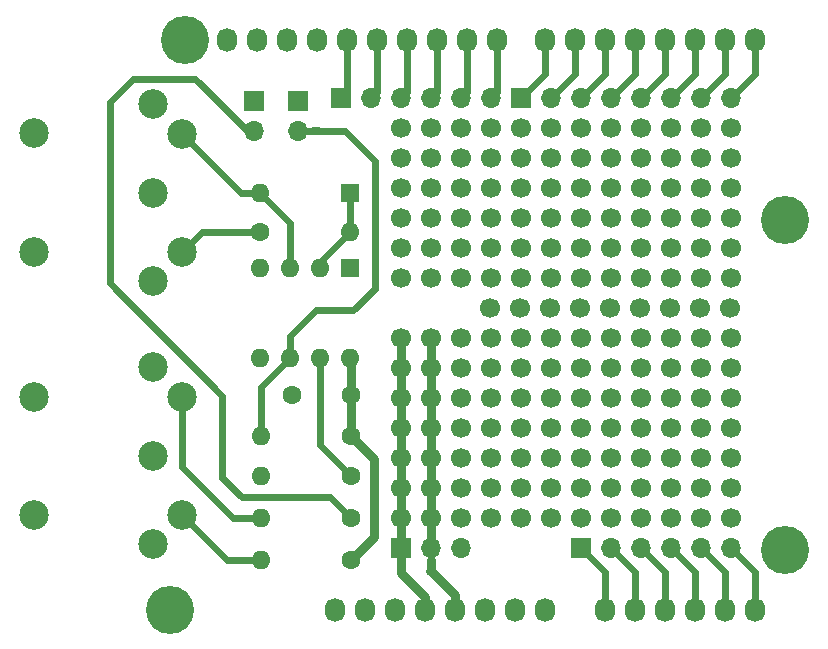
<source format=gbr>
%TF.GenerationSoftware,KiCad,Pcbnew,(6.0.5)*%
%TF.CreationDate,2022-08-29T17:14:51+01:00*%
%TF.ProjectId,ArduinoMIDIProtoShield,41726475-696e-46f4-9d49-444950726f74,rev?*%
%TF.SameCoordinates,Original*%
%TF.FileFunction,Copper,L1,Top*%
%TF.FilePolarity,Positive*%
%FSLAX46Y46*%
G04 Gerber Fmt 4.6, Leading zero omitted, Abs format (unit mm)*
G04 Created by KiCad (PCBNEW (6.0.5)) date 2022-08-29 17:14:51*
%MOMM*%
%LPD*%
G01*
G04 APERTURE LIST*
%TA.AperFunction,ComponentPad*%
%ADD10R,1.700000X1.700000*%
%TD*%
%TA.AperFunction,ComponentPad*%
%ADD11O,1.700000X1.700000*%
%TD*%
%TA.AperFunction,ComponentPad*%
%ADD12R,1.600000X1.600000*%
%TD*%
%TA.AperFunction,ComponentPad*%
%ADD13O,1.600000X1.600000*%
%TD*%
%TA.AperFunction,ComponentPad*%
%ADD14O,1.727200X2.032000*%
%TD*%
%TA.AperFunction,ComponentPad*%
%ADD15C,4.064000*%
%TD*%
%TA.AperFunction,ComponentPad*%
%ADD16C,1.700000*%
%TD*%
%TA.AperFunction,ComponentPad*%
%ADD17C,1.600000*%
%TD*%
%TA.AperFunction,WasherPad*%
%ADD18C,2.499360*%
%TD*%
%TA.AperFunction,ComponentPad*%
%ADD19C,2.499360*%
%TD*%
%TA.AperFunction,Conductor*%
%ADD20C,0.600000*%
%TD*%
%TA.AperFunction,Conductor*%
%ADD21C,0.800000*%
%TD*%
G04 APERTURE END LIST*
D10*
%TO.P,J4,1,Pin_1*%
%TO.N,/7*%
X154686000Y-80492600D03*
D11*
%TO.P,J4,2,Pin_2*%
%TO.N,/6(\u002A\u002A)*%
X157226000Y-80492600D03*
%TO.P,J4,3,Pin_3*%
%TO.N,/5(\u002A\u002A)*%
X159766000Y-80492600D03*
%TO.P,J4,4,Pin_4*%
%TO.N,/4*%
X162306000Y-80492600D03*
%TO.P,J4,5,Pin_5*%
%TO.N,/3(\u002A\u002A)*%
X164846000Y-80492600D03*
%TO.P,J4,6,Pin_6*%
%TO.N,/2*%
X167386000Y-80492600D03*
%TO.P,J4,7,Pin_7*%
%TO.N,/1(Tx)*%
X169926000Y-80492600D03*
%TO.P,J4,8,Pin_8*%
%TO.N,/0(Rx)*%
X172466000Y-80492600D03*
%TD*%
D10*
%TO.P,J1,1,Pin_1*%
%TO.N,+3V3*%
X144526000Y-118592600D03*
D11*
%TO.P,J1,2,Pin_2*%
%TO.N,+5V*%
X147066000Y-118592600D03*
%TO.P,J1,3,Pin_3*%
%TO.N,GND*%
X149606000Y-118592600D03*
%TD*%
D12*
%TO.P,U1,1,NC*%
%TO.N,unconnected-(U1-Pad1)*%
X140223400Y-94929800D03*
D13*
%TO.P,U1,2,C1*%
%TO.N,Net-(D1-Pad1)*%
X137683400Y-94929800D03*
%TO.P,U1,3,C2*%
%TO.N,Net-(D1-Pad2)*%
X135143400Y-94929800D03*
%TO.P,U1,4,NC*%
%TO.N,unconnected-(U1-Pad4)*%
X132603400Y-94929800D03*
%TO.P,U1,5,GND*%
%TO.N,GND*%
X132603400Y-102549800D03*
%TO.P,U1,6,VO2*%
%TO.N,Net-(J6-Pad2)*%
X135143400Y-102549800D03*
%TO.P,U1,7,VO1*%
%TO.N,Net-(R4-Pad1)*%
X137683400Y-102549800D03*
%TO.P,U1,8,VCC*%
%TO.N,+5V*%
X140223400Y-102549800D03*
%TD*%
D14*
%TO.P,P1,1,Pin_1*%
%TO.N,unconnected-(P1-Pad1)*%
X138938000Y-123825000D03*
%TO.P,P1,2,Pin_2*%
%TO.N,/IOREF*%
X141478000Y-123825000D03*
%TO.P,P1,3,Pin_3*%
%TO.N,/Reset*%
X144018000Y-123825000D03*
%TO.P,P1,4,Pin_4*%
%TO.N,+3V3*%
X146558000Y-123825000D03*
%TO.P,P1,5,Pin_5*%
%TO.N,+5V*%
X149098000Y-123825000D03*
%TO.P,P1,6,Pin_6*%
%TO.N,GND*%
X151638000Y-123825000D03*
%TO.P,P1,7,Pin_7*%
X154178000Y-123825000D03*
%TO.P,P1,8,Pin_8*%
%TO.N,/Vin*%
X156718000Y-123825000D03*
%TD*%
%TO.P,P2,1,Pin_1*%
%TO.N,/A0*%
X161798000Y-123825000D03*
%TO.P,P2,2,Pin_2*%
%TO.N,/A1*%
X164338000Y-123825000D03*
%TO.P,P2,3,Pin_3*%
%TO.N,/A2*%
X166878000Y-123825000D03*
%TO.P,P2,4,Pin_4*%
%TO.N,/A3*%
X169418000Y-123825000D03*
%TO.P,P2,5,Pin_5*%
%TO.N,/A4(SDA)*%
X171958000Y-123825000D03*
%TO.P,P2,6,Pin_6*%
%TO.N,/A5(SCL)*%
X174498000Y-123825000D03*
%TD*%
%TO.P,P3,1,Pin_1*%
%TO.N,/A5(SCL)*%
X129794000Y-75565000D03*
%TO.P,P3,2,Pin_2*%
%TO.N,/A4(SDA)*%
X132334000Y-75565000D03*
%TO.P,P3,3,Pin_3*%
%TO.N,/AREF*%
X134874000Y-75565000D03*
%TO.P,P3,4,Pin_4*%
%TO.N,GND*%
X137414000Y-75565000D03*
%TO.P,P3,5,Pin_5*%
%TO.N,/13(SCK)*%
X139954000Y-75565000D03*
%TO.P,P3,6,Pin_6*%
%TO.N,/12(MISO)*%
X142494000Y-75565000D03*
%TO.P,P3,7,Pin_7*%
%TO.N,/11(\u002A\u002A{slash}MOSI)*%
X145034000Y-75565000D03*
%TO.P,P3,8,Pin_8*%
%TO.N,/10(\u002A\u002A{slash}SS)*%
X147574000Y-75565000D03*
%TO.P,P3,9,Pin_9*%
%TO.N,/9(\u002A\u002A)*%
X150114000Y-75565000D03*
%TO.P,P3,10,Pin_10*%
%TO.N,/8*%
X152654000Y-75565000D03*
%TD*%
%TO.P,P4,1,Pin_1*%
%TO.N,/7*%
X156718000Y-75565000D03*
%TO.P,P4,2,Pin_2*%
%TO.N,/6(\u002A\u002A)*%
X159258000Y-75565000D03*
%TO.P,P4,3,Pin_3*%
%TO.N,/5(\u002A\u002A)*%
X161798000Y-75565000D03*
%TO.P,P4,4,Pin_4*%
%TO.N,/4*%
X164338000Y-75565000D03*
%TO.P,P4,5,Pin_5*%
%TO.N,/3(\u002A\u002A)*%
X166878000Y-75565000D03*
%TO.P,P4,6,Pin_6*%
%TO.N,/2*%
X169418000Y-75565000D03*
%TO.P,P4,7,Pin_7*%
%TO.N,/1(Tx)*%
X171958000Y-75565000D03*
%TO.P,P4,8,Pin_8*%
%TO.N,/0(Rx)*%
X174498000Y-75565000D03*
%TD*%
D15*
%TO.P,P5,1,Pin_1*%
%TO.N,unconnected-(P5-Pad1)*%
X124968000Y-123825000D03*
%TD*%
%TO.P,P6,1,Pin_1*%
%TO.N,unconnected-(P6-Pad1)*%
X177038000Y-118745000D03*
%TD*%
%TO.P,P7,1,Pin_1*%
%TO.N,unconnected-(P7-Pad1)*%
X126238000Y-75565000D03*
%TD*%
%TO.P,P8,1,Pin_1*%
%TO.N,unconnected-(P8-Pad1)*%
X177038000Y-90805000D03*
%TD*%
D16*
%TO.P,,1*%
%TO.N,N/C*%
X162306000Y-110972600D03*
%TD*%
%TO.P,,1*%
%TO.N,N/C*%
X167386000Y-85572600D03*
%TD*%
%TO.P,,1*%
%TO.N,N/C*%
X169926000Y-110972600D03*
%TD*%
%TO.P,,1*%
%TO.N,N/C*%
X152146000Y-108432600D03*
%TD*%
%TO.P,,1*%
%TO.N,N/C*%
X164846000Y-100812600D03*
%TD*%
%TO.P,,1*%
%TO.N,N/C*%
X154686000Y-90652600D03*
%TD*%
%TO.P,,1*%
%TO.N,N/C*%
X172466000Y-116052600D03*
%TD*%
%TO.P,,1*%
%TO.N,N/C*%
X169926000Y-93192600D03*
%TD*%
%TO.P,,1*%
%TO.N,N/C*%
X154686000Y-116052600D03*
%TD*%
%TO.P,,1*%
%TO.N,N/C*%
X167386000Y-105892600D03*
%TD*%
%TO.P,,1*%
%TO.N,N/C*%
X167386000Y-116052600D03*
%TD*%
%TO.P,,1*%
%TO.N,N/C*%
X147066000Y-90652600D03*
%TD*%
%TO.P,,1*%
%TO.N,N/C*%
X147066000Y-88112600D03*
%TD*%
%TO.P,,1*%
%TO.N,N/C*%
X157200600Y-98272600D03*
%TD*%
%TO.P,,1*%
%TO.N,N/C*%
X144526000Y-90652600D03*
%TD*%
%TO.P,,1*%
%TO.N,N/C*%
X162306000Y-116052600D03*
%TD*%
%TO.P,,1*%
%TO.N,N/C*%
X157226000Y-108432600D03*
%TD*%
%TO.P,,1*%
%TO.N,N/C*%
X152146000Y-93192600D03*
%TD*%
%TO.P,,1*%
%TO.N,N/C*%
X147066000Y-83032600D03*
%TD*%
%TO.P,,1*%
%TO.N,N/C*%
X164846000Y-93192600D03*
%TD*%
%TO.P,,1*%
%TO.N,N/C*%
X147066000Y-85572600D03*
%TD*%
%TO.P,,1*%
%TO.N,N/C*%
X159766000Y-100812600D03*
%TD*%
%TO.P,,1*%
%TO.N,N/C*%
X157226000Y-90652600D03*
%TD*%
%TO.P,,1*%
%TO.N,N/C*%
X169926000Y-100812600D03*
%TD*%
D10*
%TO.P,J6,1,Pin_1*%
%TO.N,/0(Rx)*%
X135839200Y-80792400D03*
D11*
%TO.P,J6,2,Pin_2*%
%TO.N,Net-(J6-Pad2)*%
X135839200Y-83332400D03*
%TD*%
D16*
%TO.P,,1*%
%TO.N,N/C*%
X169926000Y-90652600D03*
%TD*%
%TO.P,,1*%
%TO.N,+3V3*%
X144526000Y-100812600D03*
%TD*%
%TO.P,,1*%
%TO.N,N/C*%
X162280600Y-98272600D03*
%TD*%
%TO.P,,1*%
%TO.N,GND*%
X149606000Y-105892600D03*
%TD*%
%TO.P,,1*%
%TO.N,N/C*%
X164846000Y-90652600D03*
%TD*%
%TO.P,,1*%
%TO.N,N/C*%
X159766000Y-88112600D03*
%TD*%
%TO.P,,1*%
%TO.N,+3V3*%
X144526000Y-110972600D03*
%TD*%
%TO.P,,1*%
%TO.N,+3V3*%
X144526000Y-113512600D03*
%TD*%
D10*
%TO.P,J3,1,Pin_1*%
%TO.N,/13(SCK)*%
X139446000Y-80492600D03*
D11*
%TO.P,J3,2,Pin_2*%
%TO.N,/12(MISO)*%
X141986000Y-80492600D03*
%TO.P,J3,3,Pin_3*%
%TO.N,/11(\u002A\u002A{slash}MOSI)*%
X144526000Y-80492600D03*
%TO.P,J3,4,Pin_4*%
%TO.N,/10(\u002A\u002A{slash}SS)*%
X147066000Y-80492600D03*
%TO.P,J3,5,Pin_5*%
%TO.N,/9(\u002A\u002A)*%
X149606000Y-80492600D03*
%TO.P,J3,6,Pin_6*%
%TO.N,/8*%
X152146000Y-80492600D03*
%TD*%
D16*
%TO.P,,1*%
%TO.N,N/C*%
X169926000Y-88112600D03*
%TD*%
D17*
%TO.P,R3,1*%
%TO.N,Net-(IN1-Pad4)*%
X132588000Y-91846400D03*
D13*
%TO.P,R3,2*%
%TO.N,Net-(D1-Pad1)*%
X140208000Y-91846400D03*
%TD*%
D16*
%TO.P,,1*%
%TO.N,N/C*%
X159766000Y-90652600D03*
%TD*%
D17*
%TO.P,R5,1*%
%TO.N,+5V*%
X140335000Y-109093000D03*
D13*
%TO.P,R5,2*%
%TO.N,Net-(J6-Pad2)*%
X132715000Y-109093000D03*
%TD*%
D16*
%TO.P,,1*%
%TO.N,N/C*%
X152146000Y-83032600D03*
%TD*%
%TO.P,,1*%
%TO.N,N/C*%
X172466000Y-103352600D03*
%TD*%
D12*
%TO.P,D1,1,K*%
%TO.N,Net-(D1-Pad1)*%
X140208000Y-88544400D03*
D13*
%TO.P,D1,2,A*%
%TO.N,Net-(D1-Pad2)*%
X132588000Y-88544400D03*
%TD*%
D16*
%TO.P,,1*%
%TO.N,N/C*%
X159766000Y-83032600D03*
%TD*%
D17*
%TO.P,R4,1*%
%TO.N,Net-(R4-Pad1)*%
X140335000Y-112522000D03*
D13*
%TO.P,R4,2*%
%TO.N,GND*%
X132715000Y-112522000D03*
%TD*%
D16*
%TO.P,,1*%
%TO.N,N/C*%
X172466000Y-85572600D03*
%TD*%
%TO.P,,1*%
%TO.N,N/C*%
X172466000Y-113512600D03*
%TD*%
%TO.P,,1*%
%TO.N,N/C*%
X152146000Y-103352600D03*
%TD*%
%TO.P,,1*%
%TO.N,N/C*%
X164846000Y-85572600D03*
%TD*%
%TO.P,,1*%
%TO.N,N/C*%
X164846000Y-95732600D03*
%TD*%
%TO.P,,1*%
%TO.N,N/C*%
X147066000Y-95732600D03*
%TD*%
%TO.P,,1*%
%TO.N,GND*%
X149606000Y-113512600D03*
%TD*%
%TO.P,,1*%
%TO.N,N/C*%
X157226000Y-85572600D03*
%TD*%
%TO.P,,1*%
%TO.N,N/C*%
X164846000Y-110972600D03*
%TD*%
%TO.P,,1*%
%TO.N,+3V3*%
X144526000Y-108432600D03*
%TD*%
%TO.P,,1*%
%TO.N,N/C*%
X157226000Y-103352600D03*
%TD*%
%TO.P,,1*%
%TO.N,N/C*%
X169926000Y-83032600D03*
%TD*%
%TO.P,,1*%
%TO.N,N/C*%
X162306000Y-85572600D03*
%TD*%
%TO.P,,1*%
%TO.N,N/C*%
X164846000Y-88112600D03*
%TD*%
%TO.P,,1*%
%TO.N,+5V*%
X147066000Y-103352600D03*
%TD*%
%TO.P,,1*%
%TO.N,N/C*%
X162306000Y-83032600D03*
%TD*%
%TO.P,,1*%
%TO.N,+3V3*%
X144526000Y-116052600D03*
%TD*%
%TO.P,,1*%
%TO.N,N/C*%
X157226000Y-88112600D03*
%TD*%
%TO.P,,1*%
%TO.N,+5V*%
X147066000Y-105892600D03*
%TD*%
%TO.P,,1*%
%TO.N,N/C*%
X167386000Y-100812600D03*
%TD*%
D17*
%TO.P,C1,1*%
%TO.N,+5V*%
X140295000Y-105664000D03*
%TO.P,C1,2*%
%TO.N,GND*%
X135295000Y-105664000D03*
%TD*%
D16*
%TO.P,,1*%
%TO.N,N/C*%
X167386000Y-93192600D03*
%TD*%
%TO.P,,1*%
%TO.N,N/C*%
X157226000Y-95732600D03*
%TD*%
%TO.P,,1*%
%TO.N,N/C*%
X162306000Y-100812600D03*
%TD*%
%TO.P,,1*%
%TO.N,N/C*%
X172466000Y-93192600D03*
%TD*%
%TO.P,,1*%
%TO.N,N/C*%
X152146000Y-90652600D03*
%TD*%
%TO.P,,1*%
%TO.N,N/C*%
X157226000Y-113512600D03*
%TD*%
%TO.P,,1*%
%TO.N,N/C*%
X157226000Y-116052600D03*
%TD*%
%TO.P,,1*%
%TO.N,N/C*%
X169926000Y-113512600D03*
%TD*%
%TO.P,,1*%
%TO.N,N/C*%
X157226000Y-83032600D03*
%TD*%
%TO.P,,1*%
%TO.N,N/C*%
X152146000Y-85572600D03*
%TD*%
%TO.P,,1*%
%TO.N,N/C*%
X172466000Y-110972600D03*
%TD*%
%TO.P,,1*%
%TO.N,N/C*%
X159766000Y-105892600D03*
%TD*%
%TO.P,,1*%
%TO.N,N/C*%
X164846000Y-103352600D03*
%TD*%
%TO.P,,1*%
%TO.N,N/C*%
X154686000Y-105892600D03*
%TD*%
%TO.P,,1*%
%TO.N,N/C*%
X172466000Y-105892600D03*
%TD*%
%TO.P,,1*%
%TO.N,N/C*%
X169926000Y-108432600D03*
%TD*%
%TO.P,,1*%
%TO.N,N/C*%
X152146000Y-100812600D03*
%TD*%
%TO.P,,1*%
%TO.N,N/C*%
X154686000Y-85572600D03*
%TD*%
%TO.P,,1*%
%TO.N,N/C*%
X164846000Y-105892600D03*
%TD*%
%TO.P,,1*%
%TO.N,N/C*%
X167386000Y-108432600D03*
%TD*%
%TO.P,,1*%
%TO.N,N/C*%
X164846000Y-108432600D03*
%TD*%
%TO.P,,1*%
%TO.N,GND*%
X149606000Y-116052600D03*
%TD*%
%TO.P,,1*%
%TO.N,N/C*%
X154686000Y-95732600D03*
%TD*%
%TO.P,,1*%
%TO.N,N/C*%
X167386000Y-90652600D03*
%TD*%
%TO.P,,1*%
%TO.N,N/C*%
X162306000Y-105892600D03*
%TD*%
%TO.P,,1*%
%TO.N,N/C*%
X167386000Y-83032600D03*
%TD*%
%TO.P,,1*%
%TO.N,N/C*%
X172466000Y-90652600D03*
%TD*%
%TO.P,,1*%
%TO.N,N/C*%
X154686000Y-93192600D03*
%TD*%
%TO.P,,1*%
%TO.N,N/C*%
X167386000Y-103352600D03*
%TD*%
%TO.P,,1*%
%TO.N,N/C*%
X154686000Y-113512600D03*
%TD*%
D18*
%TO.P,IN1,*%
%TO.N,*%
X113525300Y-83517740D03*
X113525300Y-93520260D03*
D19*
%TO.P,IN1,1*%
%TO.N,unconnected-(IN1-Pad1)*%
X123520200Y-96017080D03*
%TO.P,IN1,2*%
%TO.N,unconnected-(IN1-Pad2)*%
X123522740Y-88519000D03*
%TO.P,IN1,3*%
%TO.N,unconnected-(IN1-Pad3)*%
X123520200Y-81020920D03*
%TO.P,IN1,4*%
%TO.N,Net-(IN1-Pad4)*%
X126022100Y-93515180D03*
%TO.P,IN1,5*%
%TO.N,Net-(D1-Pad2)*%
X126022100Y-83522820D03*
%TD*%
D16*
%TO.P,,1*%
%TO.N,+5V*%
X147066000Y-108432600D03*
%TD*%
%TO.P,,1*%
%TO.N,N/C*%
X152120600Y-98272600D03*
%TD*%
%TO.P,,1*%
%TO.N,+5V*%
X147066000Y-110972600D03*
%TD*%
%TO.P,,1*%
%TO.N,N/C*%
X152146000Y-110972600D03*
%TD*%
%TO.P,,1*%
%TO.N,+5V*%
X147066000Y-116052600D03*
%TD*%
%TO.P,,1*%
%TO.N,N/C*%
X152146000Y-113512600D03*
%TD*%
%TO.P,,1*%
%TO.N,N/C*%
X162306000Y-95732600D03*
%TD*%
%TO.P,,1*%
%TO.N,GND*%
X149606000Y-100812600D03*
%TD*%
%TO.P,,1*%
%TO.N,N/C*%
X169926000Y-85572600D03*
%TD*%
%TO.P,,1*%
%TO.N,N/C*%
X162306000Y-88112600D03*
%TD*%
%TO.P,,1*%
%TO.N,N/C*%
X154686000Y-100812600D03*
%TD*%
%TO.P,,1*%
%TO.N,N/C*%
X164846000Y-113512600D03*
%TD*%
%TO.P,,1*%
%TO.N,GND*%
X149606000Y-110972600D03*
%TD*%
%TO.P,,1*%
%TO.N,N/C*%
X167360600Y-98272600D03*
%TD*%
%TO.P,,1*%
%TO.N,GND*%
X149606000Y-103352600D03*
%TD*%
%TO.P,,1*%
%TO.N,N/C*%
X159766000Y-110972600D03*
%TD*%
%TO.P,,1*%
%TO.N,N/C*%
X159766000Y-103352600D03*
%TD*%
%TO.P,,1*%
%TO.N,N/C*%
X144526000Y-85572600D03*
%TD*%
%TO.P,,1*%
%TO.N,N/C*%
X167386000Y-113512600D03*
%TD*%
%TO.P,,1*%
%TO.N,N/C*%
X169926000Y-95732600D03*
%TD*%
%TO.P,,1*%
%TO.N,N/C*%
X167386000Y-88112600D03*
%TD*%
%TO.P,,1*%
%TO.N,N/C*%
X149606000Y-88112600D03*
%TD*%
%TO.P,,1*%
%TO.N,N/C*%
X172466000Y-100812600D03*
%TD*%
%TO.P,,1*%
%TO.N,N/C*%
X172466000Y-95732600D03*
%TD*%
%TO.P,,1*%
%TO.N,N/C*%
X144526000Y-88112600D03*
%TD*%
%TO.P,,1*%
%TO.N,N/C*%
X149606000Y-85572600D03*
%TD*%
%TO.P,,1*%
%TO.N,+5V*%
X147066000Y-100812600D03*
%TD*%
%TO.P,,1*%
%TO.N,N/C*%
X167386000Y-95732600D03*
%TD*%
%TO.P,,1*%
%TO.N,N/C*%
X154686000Y-108432600D03*
%TD*%
%TO.P,,1*%
%TO.N,N/C*%
X152146000Y-88112600D03*
%TD*%
%TO.P,,1*%
%TO.N,N/C*%
X162306000Y-93192600D03*
%TD*%
D18*
%TO.P,OUT1,*%
%TO.N,*%
X113525300Y-115820260D03*
X113525300Y-105817740D03*
D19*
%TO.P,OUT1,1*%
%TO.N,unconnected-(OUT1-Pad1)*%
X123520200Y-118317080D03*
%TO.P,OUT1,2*%
%TO.N,GND*%
X123522740Y-110819000D03*
%TO.P,OUT1,3*%
%TO.N,unconnected-(OUT1-Pad3)*%
X123520200Y-103320920D03*
%TO.P,OUT1,4*%
%TO.N,Net-(OUT1-Pad4)*%
X126022100Y-115815180D03*
%TO.P,OUT1,5*%
%TO.N,Net-(OUT1-Pad5)*%
X126022100Y-105822820D03*
%TD*%
D16*
%TO.P,,1*%
%TO.N,+3V3*%
X144526000Y-103352600D03*
%TD*%
%TO.P,,1*%
%TO.N,N/C*%
X157226000Y-100812600D03*
%TD*%
%TO.P,,1*%
%TO.N,N/C*%
X169926000Y-105892600D03*
%TD*%
D10*
%TO.P,J2,1,Pin_1*%
%TO.N,/A0*%
X159766000Y-118592600D03*
D11*
%TO.P,J2,2,Pin_2*%
%TO.N,/A1*%
X162306000Y-118592600D03*
%TO.P,J2,3,Pin_3*%
%TO.N,/A2*%
X164846000Y-118592600D03*
%TO.P,J2,4,Pin_4*%
%TO.N,/A3*%
X167386000Y-118592600D03*
%TO.P,J2,5,Pin_5*%
%TO.N,/A4(SDA)*%
X169926000Y-118592600D03*
%TO.P,J2,6,Pin_6*%
%TO.N,/A5(SCL)*%
X172466000Y-118592600D03*
%TD*%
D17*
%TO.P,R1,1*%
%TO.N,+5V*%
X140335000Y-119634000D03*
D13*
%TO.P,R1,2*%
%TO.N,Net-(OUT1-Pad4)*%
X132715000Y-119634000D03*
%TD*%
D16*
%TO.P,,1*%
%TO.N,N/C*%
X159766000Y-108432600D03*
%TD*%
%TO.P,,1*%
%TO.N,N/C*%
X172466000Y-83032600D03*
%TD*%
%TO.P,,1*%
%TO.N,+5V*%
X147066000Y-113512600D03*
%TD*%
%TO.P,,1*%
%TO.N,N/C*%
X154686000Y-88112600D03*
%TD*%
%TO.P,,1*%
%TO.N,N/C*%
X157226000Y-105892600D03*
%TD*%
%TO.P,,1*%
%TO.N,N/C*%
X167386000Y-110972600D03*
%TD*%
%TO.P,,1*%
%TO.N,N/C*%
X162306000Y-103352600D03*
%TD*%
%TO.P,,1*%
%TO.N,N/C*%
X162306000Y-90652600D03*
%TD*%
%TO.P,,1*%
%TO.N,N/C*%
X169926000Y-116052600D03*
%TD*%
%TO.P,,1*%
%TO.N,N/C*%
X164820600Y-98272600D03*
%TD*%
%TO.P,,1*%
%TO.N,N/C*%
X144526000Y-93192600D03*
%TD*%
%TO.P,,1*%
%TO.N,N/C*%
X162306000Y-108432600D03*
%TD*%
%TO.P,,1*%
%TO.N,N/C*%
X159766000Y-85572600D03*
%TD*%
%TO.P,,1*%
%TO.N,N/C*%
X149606000Y-90652600D03*
%TD*%
%TO.P,,1*%
%TO.N,N/C*%
X152146000Y-116052600D03*
%TD*%
%TO.P,,1*%
%TO.N,+3V3*%
X144526000Y-105892600D03*
%TD*%
%TO.P,,1*%
%TO.N,N/C*%
X172440600Y-98272600D03*
%TD*%
%TO.P,,1*%
%TO.N,N/C*%
X157226000Y-110972600D03*
%TD*%
%TO.P,,1*%
%TO.N,N/C*%
X149606000Y-83032600D03*
%TD*%
%TO.P,,1*%
%TO.N,N/C*%
X159766000Y-93192600D03*
%TD*%
%TO.P,,1*%
%TO.N,N/C*%
X157226000Y-93192600D03*
%TD*%
%TO.P,,1*%
%TO.N,N/C*%
X159766000Y-113512600D03*
%TD*%
D17*
%TO.P,R2,1*%
%TO.N,Net-(J5-Pad2)*%
X140335000Y-116078000D03*
D13*
%TO.P,R2,2*%
%TO.N,Net-(OUT1-Pad5)*%
X132715000Y-116078000D03*
%TD*%
D16*
%TO.P,,1*%
%TO.N,N/C*%
X169926000Y-103352600D03*
%TD*%
%TO.P,,1*%
%TO.N,N/C*%
X152146000Y-95732600D03*
%TD*%
%TO.P,,1*%
%TO.N,N/C*%
X172466000Y-88112600D03*
%TD*%
%TO.P,,1*%
%TO.N,N/C*%
X149606000Y-93192600D03*
%TD*%
%TO.P,,1*%
%TO.N,N/C*%
X154686000Y-103352600D03*
%TD*%
%TO.P,,1*%
%TO.N,N/C*%
X147066000Y-93192600D03*
%TD*%
%TO.P,,1*%
%TO.N,N/C*%
X172466000Y-108432600D03*
%TD*%
%TO.P,,1*%
%TO.N,N/C*%
X159740600Y-98272600D03*
%TD*%
%TO.P,,1*%
%TO.N,N/C*%
X164846000Y-116052600D03*
%TD*%
%TO.P,,1*%
%TO.N,N/C*%
X154686000Y-110972600D03*
%TD*%
%TO.P,,1*%
%TO.N,N/C*%
X169900600Y-98272600D03*
%TD*%
%TO.P,,1*%
%TO.N,N/C*%
X154686000Y-83032600D03*
%TD*%
%TO.P,,1*%
%TO.N,N/C*%
X154660600Y-98272600D03*
%TD*%
%TO.P,,1*%
%TO.N,N/C*%
X159766000Y-116052600D03*
%TD*%
%TO.P,,1*%
%TO.N,GND*%
X149606000Y-108432600D03*
%TD*%
%TO.P,,1*%
%TO.N,N/C*%
X159766000Y-95732600D03*
%TD*%
%TO.P,,1*%
%TO.N,N/C*%
X149606000Y-95732600D03*
%TD*%
%TO.P,,1*%
%TO.N,N/C*%
X144526000Y-95732600D03*
%TD*%
%TO.P,,1*%
%TO.N,N/C*%
X164846000Y-83032600D03*
%TD*%
%TO.P,,1*%
%TO.N,N/C*%
X144526000Y-83032600D03*
%TD*%
D10*
%TO.P,J5,1,Pin_1*%
%TO.N,/1(Tx)*%
X132130800Y-80787400D03*
D11*
%TO.P,J5,2,Pin_2*%
%TO.N,Net-(J5-Pad2)*%
X132130800Y-83327400D03*
%TD*%
D16*
%TO.P,,1*%
%TO.N,N/C*%
X152146000Y-105892600D03*
%TD*%
%TO.P,,1*%
%TO.N,N/C*%
X162306000Y-113512600D03*
%TD*%
D20*
%TO.N,Net-(J6-Pad2)*%
X139273200Y-83332400D02*
X135839200Y-83332400D01*
X142316200Y-85826600D02*
X139822000Y-83332400D01*
X142316200Y-85826600D02*
X142316200Y-93573600D01*
X139822000Y-83332400D02*
X139273200Y-83332400D01*
X140487400Y-98475800D02*
X142316200Y-96647000D01*
X135143400Y-100695600D02*
X137363200Y-98475800D01*
X135143400Y-102549800D02*
X135143400Y-100695600D01*
X142316200Y-96647000D02*
X142316200Y-93573600D01*
X137363200Y-98475800D02*
X140487400Y-98475800D01*
%TO.N,Net-(D1-Pad1)*%
X140208000Y-91846400D02*
X140208000Y-88544400D01*
X137683400Y-94371000D02*
X140208000Y-91846400D01*
X137683400Y-94929800D02*
X137683400Y-94371000D01*
%TO.N,Net-(IN1-Pad4)*%
X127690880Y-91846400D02*
X126022100Y-93515180D01*
X132588000Y-91846400D02*
X127690880Y-91846400D01*
%TO.N,Net-(D1-Pad2)*%
X135143400Y-91099800D02*
X135143400Y-94929800D01*
X132588000Y-88544400D02*
X135143400Y-91099800D01*
X131043680Y-88544400D02*
X132588000Y-88544400D01*
X126022100Y-83522820D02*
X131043680Y-88544400D01*
%TO.N,Net-(J6-Pad2)*%
X137469800Y-83332400D02*
X137541000Y-83261200D01*
X135839200Y-83332400D02*
X137469800Y-83332400D01*
X137134600Y-83261200D02*
X137541000Y-83261200D01*
%TO.N,Net-(J5-Pad2)*%
X131064000Y-114300000D02*
X138557000Y-114300000D01*
X129413000Y-112649000D02*
X131064000Y-114300000D01*
X129413000Y-105714800D02*
X129413000Y-112649000D01*
X119913400Y-80822800D02*
X119913400Y-96215200D01*
X127152400Y-78867000D02*
X121869200Y-78867000D01*
X131612800Y-83327400D02*
X127152400Y-78867000D01*
X138557000Y-114300000D02*
X140335000Y-116078000D01*
X119913400Y-96215200D02*
X129413000Y-105714800D01*
X132130800Y-83327400D02*
X131612800Y-83327400D01*
X121869200Y-78867000D02*
X119913400Y-80822800D01*
D21*
%TO.N,+5V*%
X147066000Y-120523000D02*
X147040600Y-120548400D01*
X147066000Y-119659400D02*
X147066000Y-120523000D01*
X140335000Y-109093000D02*
X140335000Y-105704000D01*
X147066000Y-103352600D02*
X147066000Y-105892600D01*
X149098000Y-123825000D02*
X149098000Y-122580400D01*
X142290800Y-117678200D02*
X140335000Y-119634000D01*
X147066000Y-120548400D02*
X147040600Y-120548400D01*
X147066000Y-113512600D02*
X147066000Y-116052600D01*
X140335000Y-109093000D02*
X142290800Y-111048800D01*
X142290800Y-111048800D02*
X142290800Y-117678200D01*
X147066000Y-116052600D02*
X147066000Y-118592600D01*
X147066000Y-105892600D02*
X147066000Y-108432600D01*
X147066000Y-110972600D02*
X147066000Y-113512600D01*
X140295000Y-105664000D02*
X140295000Y-102591400D01*
X147066000Y-100812600D02*
X147066000Y-103352600D01*
X147066000Y-108432600D02*
X147066000Y-110972600D01*
X140295000Y-102591400D02*
X140223400Y-102519800D01*
X149098000Y-122580400D02*
X147066000Y-120548400D01*
D20*
%TO.N,/A0*%
X161798000Y-120624600D02*
X159766000Y-118592600D01*
X161798000Y-123825000D02*
X161798000Y-120624600D01*
%TO.N,/A1*%
X164338000Y-123825000D02*
X164338000Y-120624600D01*
X164338000Y-120624600D02*
X162306000Y-118592600D01*
%TO.N,/A2*%
X166878000Y-120624600D02*
X164846000Y-118592600D01*
X166878000Y-123825000D02*
X166878000Y-120624600D01*
%TO.N,/A3*%
X169418000Y-123825000D02*
X169418000Y-120624600D01*
X169418000Y-120624600D02*
X167386000Y-118592600D01*
%TO.N,/A4(SDA)*%
X171958000Y-123825000D02*
X171958000Y-120624600D01*
X171958000Y-120624600D02*
X169926000Y-118592600D01*
%TO.N,/A5(SCL)*%
X174498000Y-120624600D02*
X172466000Y-118592600D01*
X174498000Y-123825000D02*
X174498000Y-120624600D01*
%TO.N,/9(\u002A\u002A)*%
X150114000Y-75565000D02*
X150114000Y-79984600D01*
X150114000Y-79984600D02*
X149606000Y-80492600D01*
%TO.N,/8*%
X152654000Y-79984600D02*
X152146000Y-80492600D01*
X152654000Y-75565000D02*
X152654000Y-79984600D01*
%TO.N,/7*%
X156718000Y-78460600D02*
X154686000Y-80492600D01*
X156718000Y-75565000D02*
X156718000Y-78460600D01*
%TO.N,/6(\u002A\u002A)*%
X159258000Y-75565000D02*
X159258000Y-78460600D01*
X159258000Y-78460600D02*
X157226000Y-80492600D01*
%TO.N,/5(\u002A\u002A)*%
X161798000Y-75565000D02*
X161798000Y-78460600D01*
X161798000Y-78460600D02*
X159766000Y-80492600D01*
%TO.N,/4*%
X164338000Y-78460600D02*
X162306000Y-80492600D01*
X164338000Y-75565000D02*
X164338000Y-78460600D01*
%TO.N,/3(\u002A\u002A)*%
X166878000Y-75565000D02*
X166878000Y-78460600D01*
X166878000Y-78460600D02*
X164846000Y-80492600D01*
%TO.N,/2*%
X169418000Y-78460600D02*
X167386000Y-80492600D01*
X169418000Y-75565000D02*
X169418000Y-78460600D01*
%TO.N,/1(Tx)*%
X171958000Y-78460600D02*
X169926000Y-80492600D01*
X171958000Y-75565000D02*
X171958000Y-78460600D01*
%TO.N,/0(Rx)*%
X174498000Y-75565000D02*
X174498000Y-78460600D01*
X174498000Y-78460600D02*
X172466000Y-80492600D01*
%TO.N,/11(\u002A\u002A{slash}MOSI)*%
X145034000Y-75565000D02*
X145034000Y-79984600D01*
X145034000Y-79984600D02*
X144526000Y-80492600D01*
%TO.N,/13(SCK)*%
X139954000Y-75565000D02*
X139954000Y-79984600D01*
X139954000Y-79984600D02*
X139446000Y-80492600D01*
%TO.N,/10(\u002A\u002A{slash}SS)*%
X147574000Y-79984600D02*
X147066000Y-80492600D01*
X147574000Y-75565000D02*
X147574000Y-79984600D01*
D21*
%TO.N,+3V3*%
X144526000Y-116052600D02*
X144526000Y-113512600D01*
X144526000Y-103352600D02*
X144526000Y-100812600D01*
X144526000Y-120700800D02*
X146558000Y-122732800D01*
X146558000Y-122732800D02*
X146558000Y-123825000D01*
X144526000Y-118592600D02*
X144526000Y-116052600D01*
X144526000Y-110972600D02*
X144526000Y-108432600D01*
X144526000Y-105892600D02*
X144526000Y-103352600D01*
X144526000Y-113512600D02*
X144526000Y-110972600D01*
X144526000Y-118592600D02*
X144526000Y-120700800D01*
X144526000Y-108432600D02*
X144526000Y-105892600D01*
D20*
%TO.N,/12(MISO)*%
X142494000Y-75565000D02*
X142494000Y-79984600D01*
X142494000Y-79984600D02*
X141986000Y-80492600D01*
%TO.N,Net-(OUT1-Pad4)*%
X129840920Y-119634000D02*
X132715000Y-119634000D01*
X126022100Y-115815180D02*
X129840920Y-119634000D01*
%TO.N,Net-(OUT1-Pad5)*%
X130302000Y-116078000D02*
X126022100Y-111798100D01*
X126022100Y-111798100D02*
X126022100Y-105822820D01*
X132715000Y-116078000D02*
X130302000Y-116078000D01*
%TO.N,Net-(R4-Pad1)*%
X137683400Y-102519800D02*
X137683400Y-109870400D01*
X137683400Y-109870400D02*
X140335000Y-112522000D01*
%TO.N,Net-(J6-Pad2)*%
X132715000Y-104948200D02*
X132715000Y-105435400D01*
X135143400Y-102519800D02*
X132715000Y-104948200D01*
X132715000Y-105435400D02*
X132715000Y-109093000D01*
%TD*%
M02*

</source>
